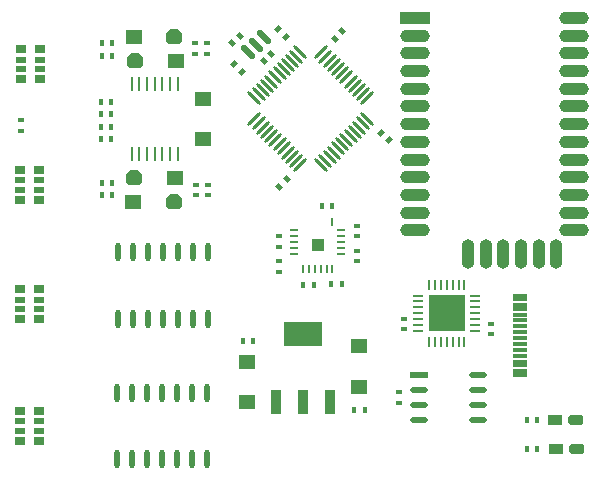
<source format=gtp>
G04*
G04 #@! TF.GenerationSoftware,Altium Limited,Altium Designer,18.1.9 (240)*
G04*
G04 Layer_Color=8421504*
%FSLAX25Y25*%
%MOIN*%
G70*
G01*
G75*
%ADD18O,0.04331X0.09843*%
%ADD19O,0.09843X0.04331*%
%ADD20R,0.09843X0.04331*%
%ADD21R,0.01575X0.01968*%
%ADD22R,0.05000X0.03500*%
G04:AMPARAMS|DCode=23|XSize=50mil|YSize=35mil|CornerRadius=0mil|HoleSize=0mil|Usage=FLASHONLY|Rotation=0.000|XOffset=0mil|YOffset=0mil|HoleType=Round|Shape=Octagon|*
%AMOCTAGOND23*
4,1,8,0.02500,-0.00875,0.02500,0.00875,0.01625,0.01750,-0.01625,0.01750,-0.02500,0.00875,-0.02500,-0.00875,-0.01625,-0.01750,0.01625,-0.01750,0.02500,-0.00875,0.0*
%
%ADD23OCTAGOND23*%

G04:AMPARAMS|DCode=24|XSize=15.75mil|YSize=19.68mil|CornerRadius=0mil|HoleSize=0mil|Usage=FLASHONLY|Rotation=225.000|XOffset=0mil|YOffset=0mil|HoleType=Round|Shape=Rectangle|*
%AMROTATEDRECTD24*
4,1,4,-0.00139,0.01253,0.01253,-0.00139,0.00139,-0.01253,-0.01253,0.00139,-0.00139,0.01253,0.0*
%
%ADD24ROTATEDRECTD24*%

G04:AMPARAMS|DCode=25|XSize=15.75mil|YSize=19.68mil|CornerRadius=0mil|HoleSize=0mil|Usage=FLASHONLY|Rotation=135.000|XOffset=0mil|YOffset=0mil|HoleType=Round|Shape=Rectangle|*
%AMROTATEDRECTD25*
4,1,4,0.01253,0.00139,-0.00139,-0.01253,-0.01253,-0.00139,0.00139,0.01253,0.01253,0.00139,0.0*
%
%ADD25ROTATEDRECTD25*%

G04:AMPARAMS|DCode=26|XSize=21.65mil|YSize=57.09mil|CornerRadius=5.41mil|HoleSize=0mil|Usage=FLASHONLY|Rotation=225.000|XOffset=0mil|YOffset=0mil|HoleType=Round|Shape=RoundedRectangle|*
%AMROUNDEDRECTD26*
21,1,0.02165,0.04626,0,0,225.0*
21,1,0.01083,0.05709,0,0,225.0*
1,1,0.01083,-0.02018,0.01253*
1,1,0.01083,-0.01253,0.02018*
1,1,0.01083,0.02018,-0.01253*
1,1,0.01083,0.01253,-0.02018*
%
%ADD26ROUNDEDRECTD26*%
G04:AMPARAMS|DCode=27|XSize=21.65mil|YSize=57.09mil|CornerRadius=5.41mil|HoleSize=0mil|Usage=FLASHONLY|Rotation=225.000|XOffset=0mil|YOffset=0mil|HoleType=Round|Shape=RoundedRectangle|*
%AMROUNDEDRECTD27*
21,1,0.02165,0.04626,0,0,225.0*
21,1,0.01083,0.05709,0,0,225.0*
1,1,0.01083,-0.02018,0.01253*
1,1,0.01083,-0.01253,0.02018*
1,1,0.01083,0.02018,-0.01253*
1,1,0.01083,0.01253,-0.02018*
%
%ADD27ROUNDEDRECTD27*%
%ADD28R,0.04528X0.01181*%
%ADD29R,0.04520X0.01180*%
%ADD30R,0.11929X0.11929*%
%ADD31R,0.03347X0.00984*%
%ADD32R,0.00984X0.03347*%
G04:AMPARAMS|DCode=33|XSize=9.84mil|YSize=61.02mil|CornerRadius=0mil|HoleSize=0mil|Usage=FLASHONLY|Rotation=45.000|XOffset=0mil|YOffset=0mil|HoleType=Round|Shape=Round|*
%AMOVALD33*
21,1,0.05118,0.00984,0.00000,0.00000,135.0*
1,1,0.00984,0.01810,-0.01810*
1,1,0.00984,-0.01810,0.01810*
%
%ADD33OVALD33*%

G04:AMPARAMS|DCode=34|XSize=9.84mil|YSize=61.02mil|CornerRadius=0mil|HoleSize=0mil|Usage=FLASHONLY|Rotation=315.000|XOffset=0mil|YOffset=0mil|HoleType=Round|Shape=Round|*
%AMOVALD34*
21,1,0.05118,0.00984,0.00000,0.00000,45.0*
1,1,0.00984,-0.01810,-0.01810*
1,1,0.00984,0.01810,0.01810*
%
%ADD34OVALD34*%

%ADD35O,0.03150X0.00984*%
%ADD36O,0.00984X0.03150*%
%ADD37R,0.00984X0.03150*%
%ADD38R,0.03937X0.03937*%
%ADD39R,0.01968X0.01575*%
%ADD40R,0.03543X0.02559*%
%ADD41R,0.03543X0.01968*%
%ADD42R,0.05906X0.01968*%
%ADD43O,0.05906X0.01968*%
%ADD44R,0.12598X0.08268*%
%ADD45R,0.03543X0.08268*%
%ADD46R,0.05512X0.04724*%
G04:AMPARAMS|DCode=47|XSize=55mil|YSize=50mil|CornerRadius=0mil|HoleSize=0mil|Usage=FLASHONLY|Rotation=180.000|XOffset=0mil|YOffset=0mil|HoleType=Round|Shape=Octagon|*
%AMOCTAGOND47*
4,1,8,-0.02750,0.01250,-0.02750,-0.01250,-0.01500,-0.02500,0.01500,-0.02500,0.02750,-0.01250,0.02750,0.01250,0.01500,0.02500,-0.01500,0.02500,-0.02750,0.01250,0.0*
%
%ADD47OCTAGOND47*%

%ADD48R,0.05500X0.05000*%
%ADD49O,0.00984X0.04724*%
%ADD50R,0.00984X0.04724*%
%ADD51O,0.01772X0.06299*%
D18*
X64447Y-132231D02*
D03*
X70353D02*
D03*
X76258D02*
D03*
X82164D02*
D03*
X58542D02*
D03*
X88069D02*
D03*
D19*
X93975Y-124357D02*
D03*
Y-118452D02*
D03*
Y-112547D02*
D03*
Y-106641D02*
D03*
Y-100735D02*
D03*
Y-94830D02*
D03*
Y-88924D02*
D03*
Y-83019D02*
D03*
Y-77113D02*
D03*
Y-71208D02*
D03*
Y-65302D02*
D03*
Y-59397D02*
D03*
Y-53491D02*
D03*
X40825Y-59397D02*
D03*
Y-65302D02*
D03*
Y-71208D02*
D03*
Y-77113D02*
D03*
Y-83019D02*
D03*
Y-88924D02*
D03*
Y-94830D02*
D03*
Y-100735D02*
D03*
Y-106641D02*
D03*
Y-112547D02*
D03*
Y-118452D02*
D03*
Y-124357D02*
D03*
D20*
Y-53491D02*
D03*
D21*
X78229Y-197100D02*
D03*
X81575Y-197100D02*
D03*
X-60408Y-89800D02*
D03*
X-63754D02*
D03*
Y-85700D02*
D03*
X-60408D02*
D03*
X-63754Y-81600D02*
D03*
X-60408D02*
D03*
Y-93900D02*
D03*
X-63754D02*
D03*
X-60008Y-66100D02*
D03*
X-63354D02*
D03*
Y-108600D02*
D03*
X-60008D02*
D03*
X-63354Y-62000D02*
D03*
X-60008D02*
D03*
Y-112640D02*
D03*
X-63354D02*
D03*
X78129Y-187500D02*
D03*
X81475D02*
D03*
X-16571Y-161300D02*
D03*
X-13028Y-161300D02*
D03*
X20629Y-184100D02*
D03*
X24172Y-184100D02*
D03*
X3573Y-142400D02*
D03*
X7116Y-142400D02*
D03*
X16445Y-142383D02*
D03*
X12902Y-142383D02*
D03*
X13421Y-116283D02*
D03*
X10075D02*
D03*
D22*
X87801Y-197174D02*
D03*
X87700Y-187474D02*
D03*
D23*
X94801Y-197174D02*
D03*
X94700Y-187474D02*
D03*
D24*
X-9553Y-67852D02*
D03*
X-7186Y-65486D02*
D03*
X-1847Y-107248D02*
D03*
X-4353Y-109753D02*
D03*
X14195Y-60505D02*
D03*
X16700Y-58000D02*
D03*
X-20006Y-62005D02*
D03*
X-17500Y-59500D02*
D03*
D25*
X-4652Y-57247D02*
D03*
X-2147Y-59753D02*
D03*
X29648Y-91747D02*
D03*
X32153Y-94253D02*
D03*
X-16848Y-71453D02*
D03*
X-19353Y-68947D02*
D03*
D26*
X-9555Y-59755D02*
D03*
D27*
X-12200Y-62400D02*
D03*
X-14845Y-65045D02*
D03*
D28*
X76057Y-146111D02*
D03*
Y-147292D02*
D03*
X76057Y-149260D02*
D03*
X76057Y-150442D02*
D03*
X76057Y-152410D02*
D03*
X76057Y-156347D02*
D03*
X76063Y-158316D02*
D03*
X76057Y-160284D02*
D03*
X76064Y-162254D02*
D03*
X76055Y-164221D02*
D03*
X76073Y-168158D02*
D03*
Y-169339D02*
D03*
X76063Y-171308D02*
D03*
Y-172489D02*
D03*
D29*
X76057Y-154379D02*
D03*
X76057Y-166190D02*
D03*
D30*
X51500Y-151979D02*
D03*
D31*
X41953Y-157885D02*
D03*
Y-155916D02*
D03*
Y-153948D02*
D03*
Y-151979D02*
D03*
Y-150011D02*
D03*
Y-148042D02*
D03*
Y-146074D02*
D03*
X61047D02*
D03*
Y-148042D02*
D03*
Y-150011D02*
D03*
X61047Y-151979D02*
D03*
X61047Y-153948D02*
D03*
Y-155916D02*
D03*
Y-157885D02*
D03*
D32*
X45594Y-142432D02*
D03*
X47563D02*
D03*
X49531D02*
D03*
X51500Y-142432D02*
D03*
X53469Y-142432D02*
D03*
X55437D02*
D03*
X57406D02*
D03*
Y-161526D02*
D03*
X55437D02*
D03*
X53469D02*
D03*
X51500D02*
D03*
X49531D02*
D03*
X47563D02*
D03*
X45594D02*
D03*
D33*
X2721Y-65010D02*
D03*
X1329Y-66402D02*
D03*
X-63Y-67794D02*
D03*
X-1455Y-69186D02*
D03*
X-2847Y-70578D02*
D03*
X-4239Y-71970D02*
D03*
X-5630Y-73361D02*
D03*
X-7022Y-74753D02*
D03*
X-8414Y-76145D02*
D03*
X-9806Y-77537D02*
D03*
X-11198Y-78929D02*
D03*
X-12590Y-80321D02*
D03*
X9679Y-102590D02*
D03*
X11071Y-101198D02*
D03*
X12463Y-99806D02*
D03*
X13855Y-98414D02*
D03*
X15247Y-97022D02*
D03*
X16638Y-95630D02*
D03*
X18030Y-94239D02*
D03*
X19422Y-92847D02*
D03*
X20814Y-91455D02*
D03*
X22206Y-90063D02*
D03*
X23598Y-88671D02*
D03*
X24990Y-87279D02*
D03*
D34*
X-12590D02*
D03*
X-11198Y-88671D02*
D03*
X-9806Y-90063D02*
D03*
X-8414Y-91455D02*
D03*
X-7022Y-92847D02*
D03*
X-5630Y-94239D02*
D03*
X-4239Y-95630D02*
D03*
X-2847Y-97022D02*
D03*
X-1455Y-98414D02*
D03*
X-63Y-99806D02*
D03*
X1329Y-101198D02*
D03*
X2721Y-102590D02*
D03*
X24990Y-80321D02*
D03*
X23598Y-78929D02*
D03*
X22206Y-77537D02*
D03*
X20814Y-76145D02*
D03*
X19422Y-74753D02*
D03*
X18030Y-73361D02*
D03*
X16638Y-71970D02*
D03*
X15247Y-70578D02*
D03*
X13855Y-69186D02*
D03*
X12463Y-67794D02*
D03*
X11071Y-66402D02*
D03*
X9679Y-65010D02*
D03*
D35*
X16374Y-132253D02*
D03*
Y-130284D02*
D03*
Y-128316D02*
D03*
X16374Y-126347D02*
D03*
Y-124379D02*
D03*
X626D02*
D03*
Y-126347D02*
D03*
X626Y-128316D02*
D03*
Y-130284D02*
D03*
Y-132253D02*
D03*
D36*
X3579Y-137174D02*
D03*
X5547D02*
D03*
X7516D02*
D03*
X9484D02*
D03*
X11453D02*
D03*
X13421D02*
D03*
D37*
Y-121426D02*
D03*
D38*
X8500Y-129300D02*
D03*
D39*
X37100Y-154029D02*
D03*
X37100Y-157375D02*
D03*
X66100Y-155700D02*
D03*
X66100Y-159046D02*
D03*
X21544Y-126254D02*
D03*
Y-122908D02*
D03*
X21545Y-131312D02*
D03*
Y-134658D02*
D03*
X-32400Y-61879D02*
D03*
X-32400Y-65422D02*
D03*
X-32200Y-112712D02*
D03*
X-32200Y-109169D02*
D03*
X-28300Y-65471D02*
D03*
X-28300Y-61928D02*
D03*
X-28000Y-112712D02*
D03*
X-28000Y-109169D02*
D03*
X-90500Y-87629D02*
D03*
X-90500Y-91172D02*
D03*
X-4555Y-134612D02*
D03*
X-4555Y-138155D02*
D03*
X-4556Y-129926D02*
D03*
X-4555Y-126383D02*
D03*
X35700Y-181771D02*
D03*
X35700Y-178228D02*
D03*
D40*
X-90650Y-114239D02*
D03*
Y-104161D02*
D03*
X-84350D02*
D03*
Y-114239D02*
D03*
X-84150Y-63961D02*
D03*
Y-74039D02*
D03*
X-90450D02*
D03*
Y-63961D02*
D03*
X-90850Y-194539D02*
D03*
Y-184461D02*
D03*
X-84550D02*
D03*
Y-194539D02*
D03*
X-90850Y-154039D02*
D03*
Y-143961D02*
D03*
X-84550D02*
D03*
Y-154039D02*
D03*
D41*
X-90650Y-110775D02*
D03*
Y-107625D02*
D03*
X-84350D02*
D03*
Y-110775D02*
D03*
X-84150Y-67425D02*
D03*
Y-70575D02*
D03*
X-90450D02*
D03*
Y-67425D02*
D03*
X-90850Y-191075D02*
D03*
Y-187925D02*
D03*
X-84550D02*
D03*
Y-191075D02*
D03*
X-90850Y-150575D02*
D03*
Y-147425D02*
D03*
X-84550D02*
D03*
Y-150575D02*
D03*
D42*
X42358Y-172400D02*
D03*
D43*
X42358Y-177400D02*
D03*
Y-182400D02*
D03*
X42358Y-187400D02*
D03*
X62042Y-172400D02*
D03*
Y-177400D02*
D03*
X62042Y-182400D02*
D03*
X62042Y-187400D02*
D03*
D44*
X3677Y-158979D02*
D03*
D45*
X12732Y-181420D02*
D03*
X3677D02*
D03*
X-5379D02*
D03*
D46*
X22176Y-176400D02*
D03*
Y-163014D02*
D03*
X-14923Y-168307D02*
D03*
Y-181693D02*
D03*
X-29900Y-93993D02*
D03*
Y-80607D02*
D03*
D47*
X-52350Y-68000D02*
D03*
X-39350Y-60000D02*
D03*
X-52596Y-106800D02*
D03*
X-39450Y-114753D02*
D03*
D48*
X-38850Y-68000D02*
D03*
X-52850Y-60000D02*
D03*
X-39096Y-106800D02*
D03*
X-52950Y-114753D02*
D03*
D49*
X-53523Y-75686D02*
D03*
X-50964D02*
D03*
X-48404D02*
D03*
X-45845D02*
D03*
X-43286D02*
D03*
X-40727D02*
D03*
X-38168D02*
D03*
Y-98914D02*
D03*
X-40727D02*
D03*
X-43286D02*
D03*
X-45845D02*
D03*
X-48404D02*
D03*
X-50964D02*
D03*
D50*
X-53523D02*
D03*
D51*
X-33100Y-131700D02*
D03*
X-38100D02*
D03*
X-43100D02*
D03*
X-48100D02*
D03*
X-53100D02*
D03*
X-58100D02*
D03*
X-28100D02*
D03*
X-28100Y-153900D02*
D03*
X-33100D02*
D03*
X-38100D02*
D03*
X-43100D02*
D03*
X-48100D02*
D03*
X-53100D02*
D03*
X-58100D02*
D03*
X-33500Y-178400D02*
D03*
X-38500D02*
D03*
X-43500D02*
D03*
X-48500D02*
D03*
X-53500D02*
D03*
X-58500D02*
D03*
X-28500D02*
D03*
X-28500Y-200600D02*
D03*
X-33500D02*
D03*
X-38500D02*
D03*
X-43500D02*
D03*
X-48500D02*
D03*
X-53500D02*
D03*
X-58500D02*
D03*
M02*

</source>
